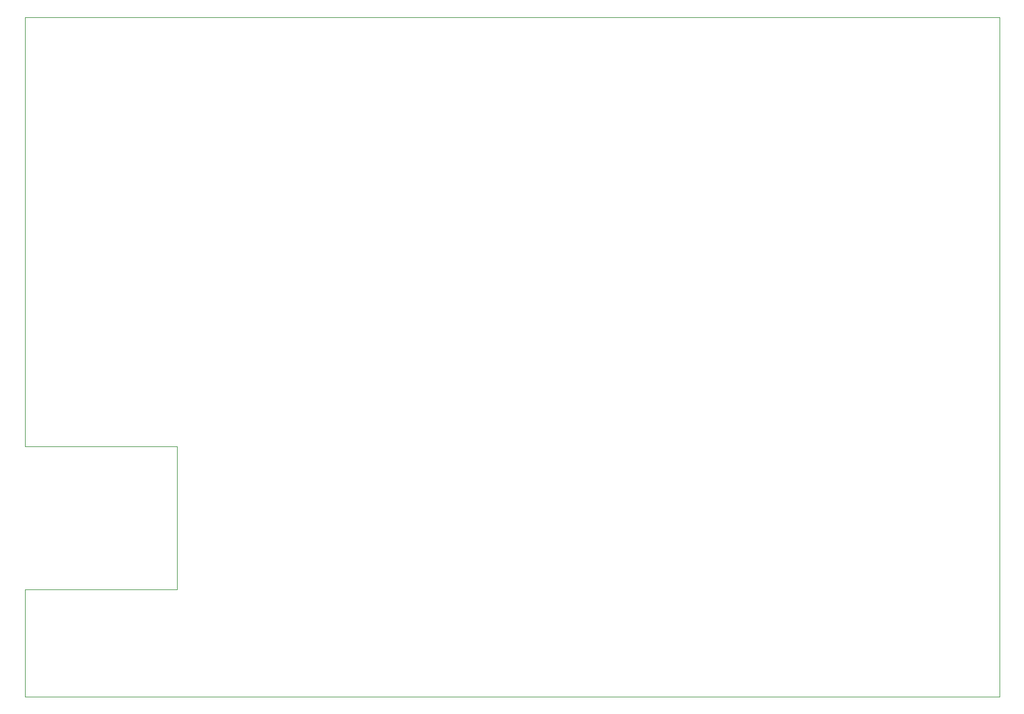
<source format=gbr>
G04 (created by PCBNEW (22-Jun-2014 BZR 4027)-stable) date Thu 19 Nov 2015 14:38:47 GMT*
%MOIN*%
G04 Gerber Fmt 3.4, Leading zero omitted, Abs format*
%FSLAX34Y34*%
G01*
G70*
G90*
G04 APERTURE LIST*
%ADD10C,0.00590551*%
%ADD11C,0.00393701*%
G04 APERTURE END LIST*
G54D10*
G54D11*
X123500Y-63000D02*
X123500Y-62500D01*
X69000Y-63000D02*
X123500Y-63000D01*
X69000Y-57000D02*
X69000Y-63000D01*
X77500Y-57000D02*
X69000Y-57000D01*
X69000Y-25000D02*
X69000Y-49000D01*
X123500Y-25000D02*
X69000Y-25000D01*
X123500Y-62750D02*
X123500Y-25000D01*
X77500Y-49000D02*
X77500Y-57000D01*
X69000Y-49000D02*
X77500Y-49000D01*
M02*

</source>
